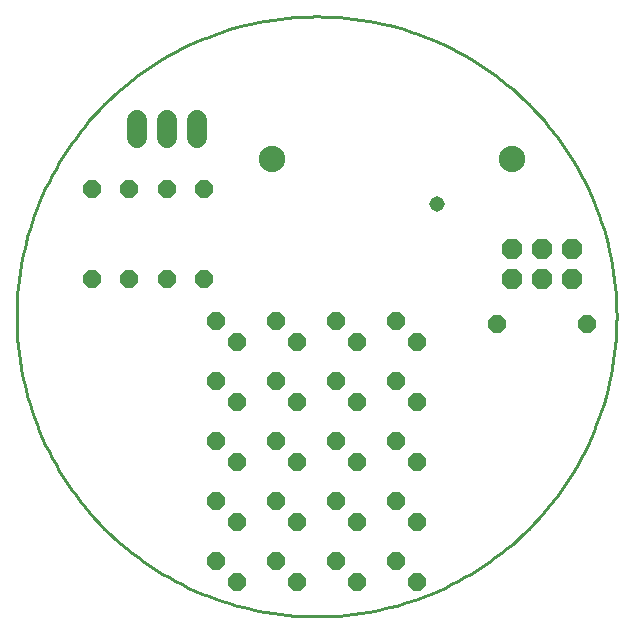
<source format=gts>
G75*
%MOIN*%
%OFA0B0*%
%FSLAX25Y25*%
%IPPOS*%
%LPD*%
%AMOC8*
5,1,8,0,0,1.08239X$1,22.5*
%
%ADD10C,0.01000*%
%ADD11C,0.08800*%
%ADD12OC8,0.06800*%
%ADD13C,0.01200*%
%ADD14OC8,0.06000*%
%ADD15C,0.06800*%
%ADD16C,0.05156*%
D10*
X0001500Y0114770D02*
X0001530Y0117224D01*
X0001620Y0119677D01*
X0001771Y0122126D01*
X0001982Y0124572D01*
X0002252Y0127011D01*
X0002582Y0129443D01*
X0002972Y0131866D01*
X0003421Y0134279D01*
X0003930Y0136680D01*
X0004497Y0139068D01*
X0005122Y0141441D01*
X0005806Y0143798D01*
X0006547Y0146138D01*
X0007346Y0148459D01*
X0008201Y0150760D01*
X0009112Y0153038D01*
X0010079Y0155294D01*
X0011101Y0157526D01*
X0012178Y0159731D01*
X0013308Y0161910D01*
X0014491Y0164060D01*
X0015727Y0166180D01*
X0017015Y0168270D01*
X0018353Y0170327D01*
X0019742Y0172351D01*
X0021179Y0174340D01*
X0022665Y0176293D01*
X0024199Y0178209D01*
X0025779Y0180087D01*
X0027405Y0181926D01*
X0029075Y0183724D01*
X0030789Y0185481D01*
X0032546Y0187195D01*
X0034344Y0188865D01*
X0036183Y0190491D01*
X0038061Y0192071D01*
X0039977Y0193605D01*
X0041930Y0195091D01*
X0043919Y0196528D01*
X0045943Y0197917D01*
X0048000Y0199255D01*
X0050090Y0200543D01*
X0052210Y0201779D01*
X0054360Y0202962D01*
X0056539Y0204092D01*
X0058744Y0205169D01*
X0060976Y0206191D01*
X0063232Y0207158D01*
X0065510Y0208069D01*
X0067811Y0208924D01*
X0070132Y0209723D01*
X0072472Y0210464D01*
X0074829Y0211148D01*
X0077202Y0211773D01*
X0079590Y0212340D01*
X0081991Y0212849D01*
X0084404Y0213298D01*
X0086827Y0213688D01*
X0089259Y0214018D01*
X0091698Y0214288D01*
X0094144Y0214499D01*
X0096593Y0214650D01*
X0099046Y0214740D01*
X0101500Y0214770D01*
X0103954Y0214740D01*
X0106407Y0214650D01*
X0108856Y0214499D01*
X0111302Y0214288D01*
X0113741Y0214018D01*
X0116173Y0213688D01*
X0118596Y0213298D01*
X0121009Y0212849D01*
X0123410Y0212340D01*
X0125798Y0211773D01*
X0128171Y0211148D01*
X0130528Y0210464D01*
X0132868Y0209723D01*
X0135189Y0208924D01*
X0137490Y0208069D01*
X0139768Y0207158D01*
X0142024Y0206191D01*
X0144256Y0205169D01*
X0146461Y0204092D01*
X0148640Y0202962D01*
X0150790Y0201779D01*
X0152910Y0200543D01*
X0155000Y0199255D01*
X0157057Y0197917D01*
X0159081Y0196528D01*
X0161070Y0195091D01*
X0163023Y0193605D01*
X0164939Y0192071D01*
X0166817Y0190491D01*
X0168656Y0188865D01*
X0170454Y0187195D01*
X0172211Y0185481D01*
X0173925Y0183724D01*
X0175595Y0181926D01*
X0177221Y0180087D01*
X0178801Y0178209D01*
X0180335Y0176293D01*
X0181821Y0174340D01*
X0183258Y0172351D01*
X0184647Y0170327D01*
X0185985Y0168270D01*
X0187273Y0166180D01*
X0188509Y0164060D01*
X0189692Y0161910D01*
X0190822Y0159731D01*
X0191899Y0157526D01*
X0192921Y0155294D01*
X0193888Y0153038D01*
X0194799Y0150760D01*
X0195654Y0148459D01*
X0196453Y0146138D01*
X0197194Y0143798D01*
X0197878Y0141441D01*
X0198503Y0139068D01*
X0199070Y0136680D01*
X0199579Y0134279D01*
X0200028Y0131866D01*
X0200418Y0129443D01*
X0200748Y0127011D01*
X0201018Y0124572D01*
X0201229Y0122126D01*
X0201380Y0119677D01*
X0201470Y0117224D01*
X0201500Y0114770D01*
X0201470Y0112316D01*
X0201380Y0109863D01*
X0201229Y0107414D01*
X0201018Y0104968D01*
X0200748Y0102529D01*
X0200418Y0100097D01*
X0200028Y0097674D01*
X0199579Y0095261D01*
X0199070Y0092860D01*
X0198503Y0090472D01*
X0197878Y0088099D01*
X0197194Y0085742D01*
X0196453Y0083402D01*
X0195654Y0081081D01*
X0194799Y0078780D01*
X0193888Y0076502D01*
X0192921Y0074246D01*
X0191899Y0072014D01*
X0190822Y0069809D01*
X0189692Y0067630D01*
X0188509Y0065480D01*
X0187273Y0063360D01*
X0185985Y0061270D01*
X0184647Y0059213D01*
X0183258Y0057189D01*
X0181821Y0055200D01*
X0180335Y0053247D01*
X0178801Y0051331D01*
X0177221Y0049453D01*
X0175595Y0047614D01*
X0173925Y0045816D01*
X0172211Y0044059D01*
X0170454Y0042345D01*
X0168656Y0040675D01*
X0166817Y0039049D01*
X0164939Y0037469D01*
X0163023Y0035935D01*
X0161070Y0034449D01*
X0159081Y0033012D01*
X0157057Y0031623D01*
X0155000Y0030285D01*
X0152910Y0028997D01*
X0150790Y0027761D01*
X0148640Y0026578D01*
X0146461Y0025448D01*
X0144256Y0024371D01*
X0142024Y0023349D01*
X0139768Y0022382D01*
X0137490Y0021471D01*
X0135189Y0020616D01*
X0132868Y0019817D01*
X0130528Y0019076D01*
X0128171Y0018392D01*
X0125798Y0017767D01*
X0123410Y0017200D01*
X0121009Y0016691D01*
X0118596Y0016242D01*
X0116173Y0015852D01*
X0113741Y0015522D01*
X0111302Y0015252D01*
X0108856Y0015041D01*
X0106407Y0014890D01*
X0103954Y0014800D01*
X0101500Y0014770D01*
X0099046Y0014800D01*
X0096593Y0014890D01*
X0094144Y0015041D01*
X0091698Y0015252D01*
X0089259Y0015522D01*
X0086827Y0015852D01*
X0084404Y0016242D01*
X0081991Y0016691D01*
X0079590Y0017200D01*
X0077202Y0017767D01*
X0074829Y0018392D01*
X0072472Y0019076D01*
X0070132Y0019817D01*
X0067811Y0020616D01*
X0065510Y0021471D01*
X0063232Y0022382D01*
X0060976Y0023349D01*
X0058744Y0024371D01*
X0056539Y0025448D01*
X0054360Y0026578D01*
X0052210Y0027761D01*
X0050090Y0028997D01*
X0048000Y0030285D01*
X0045943Y0031623D01*
X0043919Y0033012D01*
X0041930Y0034449D01*
X0039977Y0035935D01*
X0038061Y0037469D01*
X0036183Y0039049D01*
X0034344Y0040675D01*
X0032546Y0042345D01*
X0030789Y0044059D01*
X0029075Y0045816D01*
X0027405Y0047614D01*
X0025779Y0049453D01*
X0024199Y0051331D01*
X0022665Y0053247D01*
X0021179Y0055200D01*
X0019742Y0057189D01*
X0018353Y0059213D01*
X0017015Y0061270D01*
X0015727Y0063360D01*
X0014491Y0065480D01*
X0013308Y0067630D01*
X0012178Y0069809D01*
X0011101Y0072014D01*
X0010079Y0074246D01*
X0009112Y0076502D01*
X0008201Y0078780D01*
X0007346Y0081081D01*
X0006547Y0083402D01*
X0005806Y0085742D01*
X0005122Y0088099D01*
X0004497Y0090472D01*
X0003930Y0092860D01*
X0003421Y0095261D01*
X0002972Y0097674D01*
X0002582Y0100097D01*
X0002252Y0102529D01*
X0001982Y0104968D01*
X0001771Y0107414D01*
X0001620Y0109863D01*
X0001530Y0112316D01*
X0001500Y0114770D01*
D11*
X0086500Y0167270D03*
X0166500Y0167270D03*
D12*
X0166500Y0137270D03*
X0176500Y0137270D03*
X0186500Y0137270D03*
X0186500Y0127270D03*
X0176500Y0127270D03*
X0166500Y0127270D03*
D13*
X0068358Y0031506D02*
X0068958Y0030906D01*
X0066970Y0030906D01*
X0065565Y0032311D01*
X0065565Y0034299D01*
X0066970Y0035704D01*
X0068958Y0035704D01*
X0070363Y0034299D01*
X0070363Y0032311D01*
X0068958Y0030906D01*
X0068585Y0031806D01*
X0067343Y0031806D01*
X0066465Y0032684D01*
X0066465Y0033926D01*
X0067343Y0034804D01*
X0068585Y0034804D01*
X0069463Y0033926D01*
X0069463Y0032684D01*
X0068585Y0031806D01*
X0068212Y0032706D01*
X0067716Y0032706D01*
X0067365Y0033057D01*
X0067365Y0033553D01*
X0067716Y0033904D01*
X0068212Y0033904D01*
X0068563Y0033553D01*
X0068563Y0033057D01*
X0068212Y0032706D01*
X0075430Y0024435D02*
X0076030Y0023835D01*
X0074042Y0023835D01*
X0072637Y0025240D01*
X0072637Y0027228D01*
X0074042Y0028633D01*
X0076030Y0028633D01*
X0077435Y0027228D01*
X0077435Y0025240D01*
X0076030Y0023835D01*
X0075657Y0024735D01*
X0074415Y0024735D01*
X0073537Y0025613D01*
X0073537Y0026855D01*
X0074415Y0027733D01*
X0075657Y0027733D01*
X0076535Y0026855D01*
X0076535Y0025613D01*
X0075657Y0024735D01*
X0075284Y0025635D01*
X0074788Y0025635D01*
X0074437Y0025986D01*
X0074437Y0026482D01*
X0074788Y0026833D01*
X0075284Y0026833D01*
X0075635Y0026482D01*
X0075635Y0025986D01*
X0075284Y0025635D01*
X0088358Y0031506D02*
X0088958Y0030906D01*
X0086970Y0030906D01*
X0085565Y0032311D01*
X0085565Y0034299D01*
X0086970Y0035704D01*
X0088958Y0035704D01*
X0090363Y0034299D01*
X0090363Y0032311D01*
X0088958Y0030906D01*
X0088585Y0031806D01*
X0087343Y0031806D01*
X0086465Y0032684D01*
X0086465Y0033926D01*
X0087343Y0034804D01*
X0088585Y0034804D01*
X0089463Y0033926D01*
X0089463Y0032684D01*
X0088585Y0031806D01*
X0088212Y0032706D01*
X0087716Y0032706D01*
X0087365Y0033057D01*
X0087365Y0033553D01*
X0087716Y0033904D01*
X0088212Y0033904D01*
X0088563Y0033553D01*
X0088563Y0033057D01*
X0088212Y0032706D01*
X0095430Y0024435D02*
X0096030Y0023835D01*
X0094042Y0023835D01*
X0092637Y0025240D01*
X0092637Y0027228D01*
X0094042Y0028633D01*
X0096030Y0028633D01*
X0097435Y0027228D01*
X0097435Y0025240D01*
X0096030Y0023835D01*
X0095657Y0024735D01*
X0094415Y0024735D01*
X0093537Y0025613D01*
X0093537Y0026855D01*
X0094415Y0027733D01*
X0095657Y0027733D01*
X0096535Y0026855D01*
X0096535Y0025613D01*
X0095657Y0024735D01*
X0095284Y0025635D01*
X0094788Y0025635D01*
X0094437Y0025986D01*
X0094437Y0026482D01*
X0094788Y0026833D01*
X0095284Y0026833D01*
X0095635Y0026482D01*
X0095635Y0025986D01*
X0095284Y0025635D01*
X0108358Y0031506D02*
X0108958Y0030906D01*
X0106970Y0030906D01*
X0105565Y0032311D01*
X0105565Y0034299D01*
X0106970Y0035704D01*
X0108958Y0035704D01*
X0110363Y0034299D01*
X0110363Y0032311D01*
X0108958Y0030906D01*
X0108585Y0031806D01*
X0107343Y0031806D01*
X0106465Y0032684D01*
X0106465Y0033926D01*
X0107343Y0034804D01*
X0108585Y0034804D01*
X0109463Y0033926D01*
X0109463Y0032684D01*
X0108585Y0031806D01*
X0108212Y0032706D01*
X0107716Y0032706D01*
X0107365Y0033057D01*
X0107365Y0033553D01*
X0107716Y0033904D01*
X0108212Y0033904D01*
X0108563Y0033553D01*
X0108563Y0033057D01*
X0108212Y0032706D01*
X0115430Y0024435D02*
X0116030Y0023835D01*
X0114042Y0023835D01*
X0112637Y0025240D01*
X0112637Y0027228D01*
X0114042Y0028633D01*
X0116030Y0028633D01*
X0117435Y0027228D01*
X0117435Y0025240D01*
X0116030Y0023835D01*
X0115657Y0024735D01*
X0114415Y0024735D01*
X0113537Y0025613D01*
X0113537Y0026855D01*
X0114415Y0027733D01*
X0115657Y0027733D01*
X0116535Y0026855D01*
X0116535Y0025613D01*
X0115657Y0024735D01*
X0115284Y0025635D01*
X0114788Y0025635D01*
X0114437Y0025986D01*
X0114437Y0026482D01*
X0114788Y0026833D01*
X0115284Y0026833D01*
X0115635Y0026482D01*
X0115635Y0025986D01*
X0115284Y0025635D01*
X0128358Y0031506D02*
X0128958Y0030906D01*
X0126970Y0030906D01*
X0125565Y0032311D01*
X0125565Y0034299D01*
X0126970Y0035704D01*
X0128958Y0035704D01*
X0130363Y0034299D01*
X0130363Y0032311D01*
X0128958Y0030906D01*
X0128585Y0031806D01*
X0127343Y0031806D01*
X0126465Y0032684D01*
X0126465Y0033926D01*
X0127343Y0034804D01*
X0128585Y0034804D01*
X0129463Y0033926D01*
X0129463Y0032684D01*
X0128585Y0031806D01*
X0128212Y0032706D01*
X0127716Y0032706D01*
X0127365Y0033057D01*
X0127365Y0033553D01*
X0127716Y0033904D01*
X0128212Y0033904D01*
X0128563Y0033553D01*
X0128563Y0033057D01*
X0128212Y0032706D01*
X0135430Y0024435D02*
X0136030Y0023835D01*
X0134042Y0023835D01*
X0132637Y0025240D01*
X0132637Y0027228D01*
X0134042Y0028633D01*
X0136030Y0028633D01*
X0137435Y0027228D01*
X0137435Y0025240D01*
X0136030Y0023835D01*
X0135657Y0024735D01*
X0134415Y0024735D01*
X0133537Y0025613D01*
X0133537Y0026855D01*
X0134415Y0027733D01*
X0135657Y0027733D01*
X0136535Y0026855D01*
X0136535Y0025613D01*
X0135657Y0024735D01*
X0135284Y0025635D01*
X0134788Y0025635D01*
X0134437Y0025986D01*
X0134437Y0026482D01*
X0134788Y0026833D01*
X0135284Y0026833D01*
X0135635Y0026482D01*
X0135635Y0025986D01*
X0135284Y0025635D01*
X0135430Y0044435D02*
X0136030Y0043835D01*
X0134042Y0043835D01*
X0132637Y0045240D01*
X0132637Y0047228D01*
X0134042Y0048633D01*
X0136030Y0048633D01*
X0137435Y0047228D01*
X0137435Y0045240D01*
X0136030Y0043835D01*
X0135657Y0044735D01*
X0134415Y0044735D01*
X0133537Y0045613D01*
X0133537Y0046855D01*
X0134415Y0047733D01*
X0135657Y0047733D01*
X0136535Y0046855D01*
X0136535Y0045613D01*
X0135657Y0044735D01*
X0135284Y0045635D01*
X0134788Y0045635D01*
X0134437Y0045986D01*
X0134437Y0046482D01*
X0134788Y0046833D01*
X0135284Y0046833D01*
X0135635Y0046482D01*
X0135635Y0045986D01*
X0135284Y0045635D01*
X0128358Y0051506D02*
X0128958Y0050906D01*
X0126970Y0050906D01*
X0125565Y0052311D01*
X0125565Y0054299D01*
X0126970Y0055704D01*
X0128958Y0055704D01*
X0130363Y0054299D01*
X0130363Y0052311D01*
X0128958Y0050906D01*
X0128585Y0051806D01*
X0127343Y0051806D01*
X0126465Y0052684D01*
X0126465Y0053926D01*
X0127343Y0054804D01*
X0128585Y0054804D01*
X0129463Y0053926D01*
X0129463Y0052684D01*
X0128585Y0051806D01*
X0128212Y0052706D01*
X0127716Y0052706D01*
X0127365Y0053057D01*
X0127365Y0053553D01*
X0127716Y0053904D01*
X0128212Y0053904D01*
X0128563Y0053553D01*
X0128563Y0053057D01*
X0128212Y0052706D01*
X0135430Y0064435D02*
X0136030Y0063835D01*
X0134042Y0063835D01*
X0132637Y0065240D01*
X0132637Y0067228D01*
X0134042Y0068633D01*
X0136030Y0068633D01*
X0137435Y0067228D01*
X0137435Y0065240D01*
X0136030Y0063835D01*
X0135657Y0064735D01*
X0134415Y0064735D01*
X0133537Y0065613D01*
X0133537Y0066855D01*
X0134415Y0067733D01*
X0135657Y0067733D01*
X0136535Y0066855D01*
X0136535Y0065613D01*
X0135657Y0064735D01*
X0135284Y0065635D01*
X0134788Y0065635D01*
X0134437Y0065986D01*
X0134437Y0066482D01*
X0134788Y0066833D01*
X0135284Y0066833D01*
X0135635Y0066482D01*
X0135635Y0065986D01*
X0135284Y0065635D01*
X0128358Y0071506D02*
X0128958Y0070906D01*
X0126970Y0070906D01*
X0125565Y0072311D01*
X0125565Y0074299D01*
X0126970Y0075704D01*
X0128958Y0075704D01*
X0130363Y0074299D01*
X0130363Y0072311D01*
X0128958Y0070906D01*
X0128585Y0071806D01*
X0127343Y0071806D01*
X0126465Y0072684D01*
X0126465Y0073926D01*
X0127343Y0074804D01*
X0128585Y0074804D01*
X0129463Y0073926D01*
X0129463Y0072684D01*
X0128585Y0071806D01*
X0128212Y0072706D01*
X0127716Y0072706D01*
X0127365Y0073057D01*
X0127365Y0073553D01*
X0127716Y0073904D01*
X0128212Y0073904D01*
X0128563Y0073553D01*
X0128563Y0073057D01*
X0128212Y0072706D01*
X0135430Y0084435D02*
X0136030Y0083835D01*
X0134042Y0083835D01*
X0132637Y0085240D01*
X0132637Y0087228D01*
X0134042Y0088633D01*
X0136030Y0088633D01*
X0137435Y0087228D01*
X0137435Y0085240D01*
X0136030Y0083835D01*
X0135657Y0084735D01*
X0134415Y0084735D01*
X0133537Y0085613D01*
X0133537Y0086855D01*
X0134415Y0087733D01*
X0135657Y0087733D01*
X0136535Y0086855D01*
X0136535Y0085613D01*
X0135657Y0084735D01*
X0135284Y0085635D01*
X0134788Y0085635D01*
X0134437Y0085986D01*
X0134437Y0086482D01*
X0134788Y0086833D01*
X0135284Y0086833D01*
X0135635Y0086482D01*
X0135635Y0085986D01*
X0135284Y0085635D01*
X0128358Y0091506D02*
X0128958Y0090906D01*
X0126970Y0090906D01*
X0125565Y0092311D01*
X0125565Y0094299D01*
X0126970Y0095704D01*
X0128958Y0095704D01*
X0130363Y0094299D01*
X0130363Y0092311D01*
X0128958Y0090906D01*
X0128585Y0091806D01*
X0127343Y0091806D01*
X0126465Y0092684D01*
X0126465Y0093926D01*
X0127343Y0094804D01*
X0128585Y0094804D01*
X0129463Y0093926D01*
X0129463Y0092684D01*
X0128585Y0091806D01*
X0128212Y0092706D01*
X0127716Y0092706D01*
X0127365Y0093057D01*
X0127365Y0093553D01*
X0127716Y0093904D01*
X0128212Y0093904D01*
X0128563Y0093553D01*
X0128563Y0093057D01*
X0128212Y0092706D01*
X0115430Y0084435D02*
X0116030Y0083835D01*
X0114042Y0083835D01*
X0112637Y0085240D01*
X0112637Y0087228D01*
X0114042Y0088633D01*
X0116030Y0088633D01*
X0117435Y0087228D01*
X0117435Y0085240D01*
X0116030Y0083835D01*
X0115657Y0084735D01*
X0114415Y0084735D01*
X0113537Y0085613D01*
X0113537Y0086855D01*
X0114415Y0087733D01*
X0115657Y0087733D01*
X0116535Y0086855D01*
X0116535Y0085613D01*
X0115657Y0084735D01*
X0115284Y0085635D01*
X0114788Y0085635D01*
X0114437Y0085986D01*
X0114437Y0086482D01*
X0114788Y0086833D01*
X0115284Y0086833D01*
X0115635Y0086482D01*
X0115635Y0085986D01*
X0115284Y0085635D01*
X0108358Y0091506D02*
X0108958Y0090906D01*
X0106970Y0090906D01*
X0105565Y0092311D01*
X0105565Y0094299D01*
X0106970Y0095704D01*
X0108958Y0095704D01*
X0110363Y0094299D01*
X0110363Y0092311D01*
X0108958Y0090906D01*
X0108585Y0091806D01*
X0107343Y0091806D01*
X0106465Y0092684D01*
X0106465Y0093926D01*
X0107343Y0094804D01*
X0108585Y0094804D01*
X0109463Y0093926D01*
X0109463Y0092684D01*
X0108585Y0091806D01*
X0108212Y0092706D01*
X0107716Y0092706D01*
X0107365Y0093057D01*
X0107365Y0093553D01*
X0107716Y0093904D01*
X0108212Y0093904D01*
X0108563Y0093553D01*
X0108563Y0093057D01*
X0108212Y0092706D01*
X0095430Y0084435D02*
X0096030Y0083835D01*
X0094042Y0083835D01*
X0092637Y0085240D01*
X0092637Y0087228D01*
X0094042Y0088633D01*
X0096030Y0088633D01*
X0097435Y0087228D01*
X0097435Y0085240D01*
X0096030Y0083835D01*
X0095657Y0084735D01*
X0094415Y0084735D01*
X0093537Y0085613D01*
X0093537Y0086855D01*
X0094415Y0087733D01*
X0095657Y0087733D01*
X0096535Y0086855D01*
X0096535Y0085613D01*
X0095657Y0084735D01*
X0095284Y0085635D01*
X0094788Y0085635D01*
X0094437Y0085986D01*
X0094437Y0086482D01*
X0094788Y0086833D01*
X0095284Y0086833D01*
X0095635Y0086482D01*
X0095635Y0085986D01*
X0095284Y0085635D01*
X0088358Y0091506D02*
X0088958Y0090906D01*
X0086970Y0090906D01*
X0085565Y0092311D01*
X0085565Y0094299D01*
X0086970Y0095704D01*
X0088958Y0095704D01*
X0090363Y0094299D01*
X0090363Y0092311D01*
X0088958Y0090906D01*
X0088585Y0091806D01*
X0087343Y0091806D01*
X0086465Y0092684D01*
X0086465Y0093926D01*
X0087343Y0094804D01*
X0088585Y0094804D01*
X0089463Y0093926D01*
X0089463Y0092684D01*
X0088585Y0091806D01*
X0088212Y0092706D01*
X0087716Y0092706D01*
X0087365Y0093057D01*
X0087365Y0093553D01*
X0087716Y0093904D01*
X0088212Y0093904D01*
X0088563Y0093553D01*
X0088563Y0093057D01*
X0088212Y0092706D01*
X0075430Y0084435D02*
X0076030Y0083835D01*
X0074042Y0083835D01*
X0072637Y0085240D01*
X0072637Y0087228D01*
X0074042Y0088633D01*
X0076030Y0088633D01*
X0077435Y0087228D01*
X0077435Y0085240D01*
X0076030Y0083835D01*
X0075657Y0084735D01*
X0074415Y0084735D01*
X0073537Y0085613D01*
X0073537Y0086855D01*
X0074415Y0087733D01*
X0075657Y0087733D01*
X0076535Y0086855D01*
X0076535Y0085613D01*
X0075657Y0084735D01*
X0075284Y0085635D01*
X0074788Y0085635D01*
X0074437Y0085986D01*
X0074437Y0086482D01*
X0074788Y0086833D01*
X0075284Y0086833D01*
X0075635Y0086482D01*
X0075635Y0085986D01*
X0075284Y0085635D01*
X0068358Y0091506D02*
X0068958Y0090906D01*
X0066970Y0090906D01*
X0065565Y0092311D01*
X0065565Y0094299D01*
X0066970Y0095704D01*
X0068958Y0095704D01*
X0070363Y0094299D01*
X0070363Y0092311D01*
X0068958Y0090906D01*
X0068585Y0091806D01*
X0067343Y0091806D01*
X0066465Y0092684D01*
X0066465Y0093926D01*
X0067343Y0094804D01*
X0068585Y0094804D01*
X0069463Y0093926D01*
X0069463Y0092684D01*
X0068585Y0091806D01*
X0068212Y0092706D01*
X0067716Y0092706D01*
X0067365Y0093057D01*
X0067365Y0093553D01*
X0067716Y0093904D01*
X0068212Y0093904D01*
X0068563Y0093553D01*
X0068563Y0093057D01*
X0068212Y0092706D01*
X0075430Y0104435D02*
X0076030Y0103835D01*
X0074042Y0103835D01*
X0072637Y0105240D01*
X0072637Y0107228D01*
X0074042Y0108633D01*
X0076030Y0108633D01*
X0077435Y0107228D01*
X0077435Y0105240D01*
X0076030Y0103835D01*
X0075657Y0104735D01*
X0074415Y0104735D01*
X0073537Y0105613D01*
X0073537Y0106855D01*
X0074415Y0107733D01*
X0075657Y0107733D01*
X0076535Y0106855D01*
X0076535Y0105613D01*
X0075657Y0104735D01*
X0075284Y0105635D01*
X0074788Y0105635D01*
X0074437Y0105986D01*
X0074437Y0106482D01*
X0074788Y0106833D01*
X0075284Y0106833D01*
X0075635Y0106482D01*
X0075635Y0105986D01*
X0075284Y0105635D01*
X0068358Y0111506D02*
X0068958Y0110906D01*
X0066970Y0110906D01*
X0065565Y0112311D01*
X0065565Y0114299D01*
X0066970Y0115704D01*
X0068958Y0115704D01*
X0070363Y0114299D01*
X0070363Y0112311D01*
X0068958Y0110906D01*
X0068585Y0111806D01*
X0067343Y0111806D01*
X0066465Y0112684D01*
X0066465Y0113926D01*
X0067343Y0114804D01*
X0068585Y0114804D01*
X0069463Y0113926D01*
X0069463Y0112684D01*
X0068585Y0111806D01*
X0068212Y0112706D01*
X0067716Y0112706D01*
X0067365Y0113057D01*
X0067365Y0113553D01*
X0067716Y0113904D01*
X0068212Y0113904D01*
X0068563Y0113553D01*
X0068563Y0113057D01*
X0068212Y0112706D01*
X0088358Y0111506D02*
X0088958Y0110906D01*
X0086970Y0110906D01*
X0085565Y0112311D01*
X0085565Y0114299D01*
X0086970Y0115704D01*
X0088958Y0115704D01*
X0090363Y0114299D01*
X0090363Y0112311D01*
X0088958Y0110906D01*
X0088585Y0111806D01*
X0087343Y0111806D01*
X0086465Y0112684D01*
X0086465Y0113926D01*
X0087343Y0114804D01*
X0088585Y0114804D01*
X0089463Y0113926D01*
X0089463Y0112684D01*
X0088585Y0111806D01*
X0088212Y0112706D01*
X0087716Y0112706D01*
X0087365Y0113057D01*
X0087365Y0113553D01*
X0087716Y0113904D01*
X0088212Y0113904D01*
X0088563Y0113553D01*
X0088563Y0113057D01*
X0088212Y0112706D01*
X0095430Y0104435D02*
X0096030Y0103835D01*
X0094042Y0103835D01*
X0092637Y0105240D01*
X0092637Y0107228D01*
X0094042Y0108633D01*
X0096030Y0108633D01*
X0097435Y0107228D01*
X0097435Y0105240D01*
X0096030Y0103835D01*
X0095657Y0104735D01*
X0094415Y0104735D01*
X0093537Y0105613D01*
X0093537Y0106855D01*
X0094415Y0107733D01*
X0095657Y0107733D01*
X0096535Y0106855D01*
X0096535Y0105613D01*
X0095657Y0104735D01*
X0095284Y0105635D01*
X0094788Y0105635D01*
X0094437Y0105986D01*
X0094437Y0106482D01*
X0094788Y0106833D01*
X0095284Y0106833D01*
X0095635Y0106482D01*
X0095635Y0105986D01*
X0095284Y0105635D01*
X0108358Y0111506D02*
X0108958Y0110906D01*
X0106970Y0110906D01*
X0105565Y0112311D01*
X0105565Y0114299D01*
X0106970Y0115704D01*
X0108958Y0115704D01*
X0110363Y0114299D01*
X0110363Y0112311D01*
X0108958Y0110906D01*
X0108585Y0111806D01*
X0107343Y0111806D01*
X0106465Y0112684D01*
X0106465Y0113926D01*
X0107343Y0114804D01*
X0108585Y0114804D01*
X0109463Y0113926D01*
X0109463Y0112684D01*
X0108585Y0111806D01*
X0108212Y0112706D01*
X0107716Y0112706D01*
X0107365Y0113057D01*
X0107365Y0113553D01*
X0107716Y0113904D01*
X0108212Y0113904D01*
X0108563Y0113553D01*
X0108563Y0113057D01*
X0108212Y0112706D01*
X0115430Y0104435D02*
X0116030Y0103835D01*
X0114042Y0103835D01*
X0112637Y0105240D01*
X0112637Y0107228D01*
X0114042Y0108633D01*
X0116030Y0108633D01*
X0117435Y0107228D01*
X0117435Y0105240D01*
X0116030Y0103835D01*
X0115657Y0104735D01*
X0114415Y0104735D01*
X0113537Y0105613D01*
X0113537Y0106855D01*
X0114415Y0107733D01*
X0115657Y0107733D01*
X0116535Y0106855D01*
X0116535Y0105613D01*
X0115657Y0104735D01*
X0115284Y0105635D01*
X0114788Y0105635D01*
X0114437Y0105986D01*
X0114437Y0106482D01*
X0114788Y0106833D01*
X0115284Y0106833D01*
X0115635Y0106482D01*
X0115635Y0105986D01*
X0115284Y0105635D01*
X0128358Y0111506D02*
X0128958Y0110906D01*
X0126970Y0110906D01*
X0125565Y0112311D01*
X0125565Y0114299D01*
X0126970Y0115704D01*
X0128958Y0115704D01*
X0130363Y0114299D01*
X0130363Y0112311D01*
X0128958Y0110906D01*
X0128585Y0111806D01*
X0127343Y0111806D01*
X0126465Y0112684D01*
X0126465Y0113926D01*
X0127343Y0114804D01*
X0128585Y0114804D01*
X0129463Y0113926D01*
X0129463Y0112684D01*
X0128585Y0111806D01*
X0128212Y0112706D01*
X0127716Y0112706D01*
X0127365Y0113057D01*
X0127365Y0113553D01*
X0127716Y0113904D01*
X0128212Y0113904D01*
X0128563Y0113553D01*
X0128563Y0113057D01*
X0128212Y0112706D01*
X0135430Y0104435D02*
X0136030Y0103835D01*
X0134042Y0103835D01*
X0132637Y0105240D01*
X0132637Y0107228D01*
X0134042Y0108633D01*
X0136030Y0108633D01*
X0137435Y0107228D01*
X0137435Y0105240D01*
X0136030Y0103835D01*
X0135657Y0104735D01*
X0134415Y0104735D01*
X0133537Y0105613D01*
X0133537Y0106855D01*
X0134415Y0107733D01*
X0135657Y0107733D01*
X0136535Y0106855D01*
X0136535Y0105613D01*
X0135657Y0104735D01*
X0135284Y0105635D01*
X0134788Y0105635D01*
X0134437Y0105986D01*
X0134437Y0106482D01*
X0134788Y0106833D01*
X0135284Y0106833D01*
X0135635Y0106482D01*
X0135635Y0105986D01*
X0135284Y0105635D01*
X0108358Y0071506D02*
X0108958Y0070906D01*
X0106970Y0070906D01*
X0105565Y0072311D01*
X0105565Y0074299D01*
X0106970Y0075704D01*
X0108958Y0075704D01*
X0110363Y0074299D01*
X0110363Y0072311D01*
X0108958Y0070906D01*
X0108585Y0071806D01*
X0107343Y0071806D01*
X0106465Y0072684D01*
X0106465Y0073926D01*
X0107343Y0074804D01*
X0108585Y0074804D01*
X0109463Y0073926D01*
X0109463Y0072684D01*
X0108585Y0071806D01*
X0108212Y0072706D01*
X0107716Y0072706D01*
X0107365Y0073057D01*
X0107365Y0073553D01*
X0107716Y0073904D01*
X0108212Y0073904D01*
X0108563Y0073553D01*
X0108563Y0073057D01*
X0108212Y0072706D01*
X0115430Y0064435D02*
X0116030Y0063835D01*
X0114042Y0063835D01*
X0112637Y0065240D01*
X0112637Y0067228D01*
X0114042Y0068633D01*
X0116030Y0068633D01*
X0117435Y0067228D01*
X0117435Y0065240D01*
X0116030Y0063835D01*
X0115657Y0064735D01*
X0114415Y0064735D01*
X0113537Y0065613D01*
X0113537Y0066855D01*
X0114415Y0067733D01*
X0115657Y0067733D01*
X0116535Y0066855D01*
X0116535Y0065613D01*
X0115657Y0064735D01*
X0115284Y0065635D01*
X0114788Y0065635D01*
X0114437Y0065986D01*
X0114437Y0066482D01*
X0114788Y0066833D01*
X0115284Y0066833D01*
X0115635Y0066482D01*
X0115635Y0065986D01*
X0115284Y0065635D01*
X0108358Y0051506D02*
X0108958Y0050906D01*
X0106970Y0050906D01*
X0105565Y0052311D01*
X0105565Y0054299D01*
X0106970Y0055704D01*
X0108958Y0055704D01*
X0110363Y0054299D01*
X0110363Y0052311D01*
X0108958Y0050906D01*
X0108585Y0051806D01*
X0107343Y0051806D01*
X0106465Y0052684D01*
X0106465Y0053926D01*
X0107343Y0054804D01*
X0108585Y0054804D01*
X0109463Y0053926D01*
X0109463Y0052684D01*
X0108585Y0051806D01*
X0108212Y0052706D01*
X0107716Y0052706D01*
X0107365Y0053057D01*
X0107365Y0053553D01*
X0107716Y0053904D01*
X0108212Y0053904D01*
X0108563Y0053553D01*
X0108563Y0053057D01*
X0108212Y0052706D01*
X0115430Y0044435D02*
X0116030Y0043835D01*
X0114042Y0043835D01*
X0112637Y0045240D01*
X0112637Y0047228D01*
X0114042Y0048633D01*
X0116030Y0048633D01*
X0117435Y0047228D01*
X0117435Y0045240D01*
X0116030Y0043835D01*
X0115657Y0044735D01*
X0114415Y0044735D01*
X0113537Y0045613D01*
X0113537Y0046855D01*
X0114415Y0047733D01*
X0115657Y0047733D01*
X0116535Y0046855D01*
X0116535Y0045613D01*
X0115657Y0044735D01*
X0115284Y0045635D01*
X0114788Y0045635D01*
X0114437Y0045986D01*
X0114437Y0046482D01*
X0114788Y0046833D01*
X0115284Y0046833D01*
X0115635Y0046482D01*
X0115635Y0045986D01*
X0115284Y0045635D01*
X0095430Y0044435D02*
X0096030Y0043835D01*
X0094042Y0043835D01*
X0092637Y0045240D01*
X0092637Y0047228D01*
X0094042Y0048633D01*
X0096030Y0048633D01*
X0097435Y0047228D01*
X0097435Y0045240D01*
X0096030Y0043835D01*
X0095657Y0044735D01*
X0094415Y0044735D01*
X0093537Y0045613D01*
X0093537Y0046855D01*
X0094415Y0047733D01*
X0095657Y0047733D01*
X0096535Y0046855D01*
X0096535Y0045613D01*
X0095657Y0044735D01*
X0095284Y0045635D01*
X0094788Y0045635D01*
X0094437Y0045986D01*
X0094437Y0046482D01*
X0094788Y0046833D01*
X0095284Y0046833D01*
X0095635Y0046482D01*
X0095635Y0045986D01*
X0095284Y0045635D01*
X0088358Y0051506D02*
X0088958Y0050906D01*
X0086970Y0050906D01*
X0085565Y0052311D01*
X0085565Y0054299D01*
X0086970Y0055704D01*
X0088958Y0055704D01*
X0090363Y0054299D01*
X0090363Y0052311D01*
X0088958Y0050906D01*
X0088585Y0051806D01*
X0087343Y0051806D01*
X0086465Y0052684D01*
X0086465Y0053926D01*
X0087343Y0054804D01*
X0088585Y0054804D01*
X0089463Y0053926D01*
X0089463Y0052684D01*
X0088585Y0051806D01*
X0088212Y0052706D01*
X0087716Y0052706D01*
X0087365Y0053057D01*
X0087365Y0053553D01*
X0087716Y0053904D01*
X0088212Y0053904D01*
X0088563Y0053553D01*
X0088563Y0053057D01*
X0088212Y0052706D01*
X0095430Y0064435D02*
X0096030Y0063835D01*
X0094042Y0063835D01*
X0092637Y0065240D01*
X0092637Y0067228D01*
X0094042Y0068633D01*
X0096030Y0068633D01*
X0097435Y0067228D01*
X0097435Y0065240D01*
X0096030Y0063835D01*
X0095657Y0064735D01*
X0094415Y0064735D01*
X0093537Y0065613D01*
X0093537Y0066855D01*
X0094415Y0067733D01*
X0095657Y0067733D01*
X0096535Y0066855D01*
X0096535Y0065613D01*
X0095657Y0064735D01*
X0095284Y0065635D01*
X0094788Y0065635D01*
X0094437Y0065986D01*
X0094437Y0066482D01*
X0094788Y0066833D01*
X0095284Y0066833D01*
X0095635Y0066482D01*
X0095635Y0065986D01*
X0095284Y0065635D01*
X0088358Y0071506D02*
X0088958Y0070906D01*
X0086970Y0070906D01*
X0085565Y0072311D01*
X0085565Y0074299D01*
X0086970Y0075704D01*
X0088958Y0075704D01*
X0090363Y0074299D01*
X0090363Y0072311D01*
X0088958Y0070906D01*
X0088585Y0071806D01*
X0087343Y0071806D01*
X0086465Y0072684D01*
X0086465Y0073926D01*
X0087343Y0074804D01*
X0088585Y0074804D01*
X0089463Y0073926D01*
X0089463Y0072684D01*
X0088585Y0071806D01*
X0088212Y0072706D01*
X0087716Y0072706D01*
X0087365Y0073057D01*
X0087365Y0073553D01*
X0087716Y0073904D01*
X0088212Y0073904D01*
X0088563Y0073553D01*
X0088563Y0073057D01*
X0088212Y0072706D01*
X0075430Y0064435D02*
X0076030Y0063835D01*
X0074042Y0063835D01*
X0072637Y0065240D01*
X0072637Y0067228D01*
X0074042Y0068633D01*
X0076030Y0068633D01*
X0077435Y0067228D01*
X0077435Y0065240D01*
X0076030Y0063835D01*
X0075657Y0064735D01*
X0074415Y0064735D01*
X0073537Y0065613D01*
X0073537Y0066855D01*
X0074415Y0067733D01*
X0075657Y0067733D01*
X0076535Y0066855D01*
X0076535Y0065613D01*
X0075657Y0064735D01*
X0075284Y0065635D01*
X0074788Y0065635D01*
X0074437Y0065986D01*
X0074437Y0066482D01*
X0074788Y0066833D01*
X0075284Y0066833D01*
X0075635Y0066482D01*
X0075635Y0065986D01*
X0075284Y0065635D01*
X0068358Y0071506D02*
X0068958Y0070906D01*
X0066970Y0070906D01*
X0065565Y0072311D01*
X0065565Y0074299D01*
X0066970Y0075704D01*
X0068958Y0075704D01*
X0070363Y0074299D01*
X0070363Y0072311D01*
X0068958Y0070906D01*
X0068585Y0071806D01*
X0067343Y0071806D01*
X0066465Y0072684D01*
X0066465Y0073926D01*
X0067343Y0074804D01*
X0068585Y0074804D01*
X0069463Y0073926D01*
X0069463Y0072684D01*
X0068585Y0071806D01*
X0068212Y0072706D01*
X0067716Y0072706D01*
X0067365Y0073057D01*
X0067365Y0073553D01*
X0067716Y0073904D01*
X0068212Y0073904D01*
X0068563Y0073553D01*
X0068563Y0073057D01*
X0068212Y0072706D01*
X0068358Y0051506D02*
X0068958Y0050906D01*
X0066970Y0050906D01*
X0065565Y0052311D01*
X0065565Y0054299D01*
X0066970Y0055704D01*
X0068958Y0055704D01*
X0070363Y0054299D01*
X0070363Y0052311D01*
X0068958Y0050906D01*
X0068585Y0051806D01*
X0067343Y0051806D01*
X0066465Y0052684D01*
X0066465Y0053926D01*
X0067343Y0054804D01*
X0068585Y0054804D01*
X0069463Y0053926D01*
X0069463Y0052684D01*
X0068585Y0051806D01*
X0068212Y0052706D01*
X0067716Y0052706D01*
X0067365Y0053057D01*
X0067365Y0053553D01*
X0067716Y0053904D01*
X0068212Y0053904D01*
X0068563Y0053553D01*
X0068563Y0053057D01*
X0068212Y0052706D01*
X0075430Y0044435D02*
X0076030Y0043835D01*
X0074042Y0043835D01*
X0072637Y0045240D01*
X0072637Y0047228D01*
X0074042Y0048633D01*
X0076030Y0048633D01*
X0077435Y0047228D01*
X0077435Y0045240D01*
X0076030Y0043835D01*
X0075657Y0044735D01*
X0074415Y0044735D01*
X0073537Y0045613D01*
X0073537Y0046855D01*
X0074415Y0047733D01*
X0075657Y0047733D01*
X0076535Y0046855D01*
X0076535Y0045613D01*
X0075657Y0044735D01*
X0075284Y0045635D01*
X0074788Y0045635D01*
X0074437Y0045986D01*
X0074437Y0046482D01*
X0074788Y0046833D01*
X0075284Y0046833D01*
X0075635Y0046482D01*
X0075635Y0045986D01*
X0075284Y0045635D01*
D14*
X0064000Y0127270D03*
X0051500Y0127270D03*
X0039000Y0127270D03*
X0026500Y0127270D03*
X0026500Y0157270D03*
X0039000Y0157270D03*
X0051500Y0157270D03*
X0064000Y0157270D03*
X0161500Y0112270D03*
X0191500Y0112270D03*
D15*
X0061500Y0174270D02*
X0061500Y0180270D01*
X0051500Y0180270D02*
X0051500Y0174270D01*
X0041500Y0174270D02*
X0041500Y0180270D01*
D16*
X0141500Y0152270D03*
M02*

</source>
